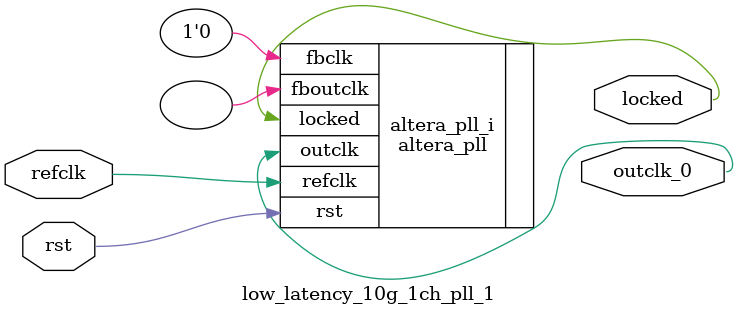
<source format=v>
`timescale 1ns/10ps
module  low_latency_10g_1ch_pll_1(

	// interface 'refclk'
	input wire refclk,

	// interface 'reset'
	input wire rst,

	// interface 'outclk0'
	output wire outclk_0,

	// interface 'locked'
	output wire locked
);

	altera_pll #(
		.fractional_vco_multiplier("false"),
		.reference_clock_frequency("100.0 MHz"),
		.operation_mode("normal"),
		.number_of_clocks(1),
		.output_clock_frequency0("625.000000 MHz"),
		.phase_shift0("0 ps"),
		.duty_cycle0(50),
		.output_clock_frequency1("0 MHz"),
		.phase_shift1("0 ps"),
		.duty_cycle1(50),
		.output_clock_frequency2("0 MHz"),
		.phase_shift2("0 ps"),
		.duty_cycle2(50),
		.output_clock_frequency3("0 MHz"),
		.phase_shift3("0 ps"),
		.duty_cycle3(50),
		.output_clock_frequency4("0 MHz"),
		.phase_shift4("0 ps"),
		.duty_cycle4(50),
		.output_clock_frequency5("0 MHz"),
		.phase_shift5("0 ps"),
		.duty_cycle5(50),
		.output_clock_frequency6("0 MHz"),
		.phase_shift6("0 ps"),
		.duty_cycle6(50),
		.output_clock_frequency7("0 MHz"),
		.phase_shift7("0 ps"),
		.duty_cycle7(50),
		.output_clock_frequency8("0 MHz"),
		.phase_shift8("0 ps"),
		.duty_cycle8(50),
		.output_clock_frequency9("0 MHz"),
		.phase_shift9("0 ps"),
		.duty_cycle9(50),
		.output_clock_frequency10("0 MHz"),
		.phase_shift10("0 ps"),
		.duty_cycle10(50),
		.output_clock_frequency11("0 MHz"),
		.phase_shift11("0 ps"),
		.duty_cycle11(50),
		.output_clock_frequency12("0 MHz"),
		.phase_shift12("0 ps"),
		.duty_cycle12(50),
		.output_clock_frequency13("0 MHz"),
		.phase_shift13("0 ps"),
		.duty_cycle13(50),
		.output_clock_frequency14("0 MHz"),
		.phase_shift14("0 ps"),
		.duty_cycle14(50),
		.output_clock_frequency15("0 MHz"),
		.phase_shift15("0 ps"),
		.duty_cycle15(50),
		.output_clock_frequency16("0 MHz"),
		.phase_shift16("0 ps"),
		.duty_cycle16(50),
		.output_clock_frequency17("0 MHz"),
		.phase_shift17("0 ps"),
		.duty_cycle17(50),
		.pll_type("General"),
		.pll_subtype("General")
	) altera_pll_i (
		.rst	(rst),
		.outclk	({outclk_0}),
		.locked	(locked),
		.fboutclk	( ),
		.fbclk	(1'b0),
		.refclk	(refclk)
	);
endmodule


</source>
